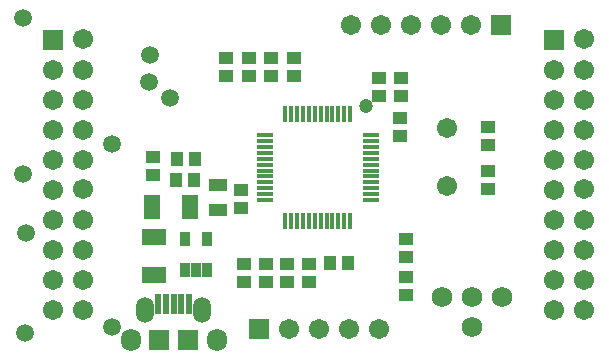
<source format=gts>
G04*
G04 #@! TF.GenerationSoftware,Altium Limited,Altium Designer,19.0.15 (446)*
G04*
G04 Layer_Color=8388736*
%FSLAX24Y24*%
%MOIN*%
G70*
G01*
G75*
%ADD28C,0.0474*%
%ADD29R,0.0474X0.0434*%
%ADD30R,0.0178X0.0552*%
%ADD31R,0.0552X0.0178*%
%ADD32R,0.0552X0.0178*%
%ADD33R,0.0178X0.0552*%
%ADD34R,0.0592X0.0434*%
%ADD35R,0.0434X0.0474*%
%ADD36R,0.0552X0.0789*%
%ADD37R,0.0789X0.0552*%
%ADD38R,0.0671X0.0671*%
%ADD39R,0.0237X0.0710*%
%ADD40R,0.0356X0.0474*%
%ADD41C,0.0592*%
%ADD42C,0.0671*%
%ADD43R,0.0671X0.0671*%
%ADD44C,0.0680*%
%ADD45O,0.0671X0.0749*%
%ADD46O,0.0592X0.0867*%
D28*
X12400Y8298D02*
D03*
D29*
X10000Y9900D02*
D03*
Y9300D02*
D03*
X9250Y9900D02*
D03*
Y9300D02*
D03*
X8499Y9900D02*
D03*
Y9300D02*
D03*
X7750Y9905D02*
D03*
Y9295D02*
D03*
X12857Y8650D02*
D03*
Y9250D02*
D03*
X13579D02*
D03*
Y8650D02*
D03*
X13550Y7317D02*
D03*
Y7917D02*
D03*
X16467Y7000D02*
D03*
Y7600D02*
D03*
X16469Y6150D02*
D03*
Y5550D02*
D03*
X13729Y3886D02*
D03*
Y3286D02*
D03*
Y2000D02*
D03*
Y2600D02*
D03*
X8250Y5500D02*
D03*
Y4900D02*
D03*
X5322Y6605D02*
D03*
Y5995D02*
D03*
X9787Y3050D02*
D03*
Y2450D02*
D03*
X8349Y3050D02*
D03*
Y2450D02*
D03*
X9068Y3050D02*
D03*
Y2450D02*
D03*
X10521Y3050D02*
D03*
Y2450D02*
D03*
D30*
X10899Y4478D02*
D03*
X11095Y4478D02*
D03*
X10701Y4478D02*
D03*
X10505Y4478D02*
D03*
X11292D02*
D03*
X11489D02*
D03*
X11686D02*
D03*
X11883D02*
D03*
X10308D02*
D03*
X10111D02*
D03*
X9717D02*
D03*
X9914D02*
D03*
D31*
X9028Y5364D02*
D03*
Y7333D02*
D03*
X9028Y7136D02*
D03*
Y6939D02*
D03*
X9028Y6742D02*
D03*
X9028Y6545D02*
D03*
X9028Y6349D02*
D03*
X9028Y6151D02*
D03*
X9028Y5955D02*
D03*
Y5758D02*
D03*
X9028Y5561D02*
D03*
Y5167D02*
D03*
D32*
X12572Y5955D02*
D03*
X12572Y6151D02*
D03*
Y5758D02*
D03*
X12572Y5561D02*
D03*
Y5364D02*
D03*
X12572Y5167D02*
D03*
X12572Y6348D02*
D03*
X12572Y6545D02*
D03*
Y6742D02*
D03*
X12572Y6939D02*
D03*
Y7136D02*
D03*
X12572Y7333D02*
D03*
D33*
X11292Y8022D02*
D03*
X11883D02*
D03*
X11686Y8022D02*
D03*
X11489D02*
D03*
X11095Y8022D02*
D03*
X10899D02*
D03*
X10701Y8022D02*
D03*
X10505Y8022D02*
D03*
X10308D02*
D03*
X10111D02*
D03*
X9914Y8022D02*
D03*
X9717Y8022D02*
D03*
D34*
X7468Y4850D02*
D03*
Y5677D02*
D03*
D35*
X6081Y5831D02*
D03*
X6681D02*
D03*
X6700Y6550D02*
D03*
X6100D02*
D03*
X11200Y3078D02*
D03*
X11800D02*
D03*
D36*
X5281Y4942D02*
D03*
X6541D02*
D03*
D37*
X5350Y2665D02*
D03*
Y3925D02*
D03*
D38*
X6468Y497D02*
D03*
X5523D02*
D03*
X16913Y11004D02*
D03*
X8857Y884D02*
D03*
D39*
X5483Y1715D02*
D03*
X5739D02*
D03*
X5995D02*
D03*
X6251D02*
D03*
X6507D02*
D03*
D40*
X7126Y3872D02*
D03*
Y2853D02*
D03*
X6378D02*
D03*
X6752D02*
D03*
X6378Y3872D02*
D03*
D41*
X1050Y750D02*
D03*
X1075Y4073D02*
D03*
X989Y11250D02*
D03*
X5206Y10000D02*
D03*
X3939Y7050D02*
D03*
X989Y6035D02*
D03*
X3935Y932D02*
D03*
X5892Y8563D02*
D03*
X5189Y9100D02*
D03*
D42*
X11900Y11004D02*
D03*
X13913D02*
D03*
X14913D02*
D03*
X15913D02*
D03*
X12913D02*
D03*
X18681Y7517D02*
D03*
Y6517D02*
D03*
Y8517D02*
D03*
Y9517D02*
D03*
X19681Y6517D02*
D03*
X19677Y10530D02*
D03*
X19681Y9517D02*
D03*
Y8517D02*
D03*
Y7517D02*
D03*
X18681Y5517D02*
D03*
X19681Y2517D02*
D03*
Y3517D02*
D03*
Y4517D02*
D03*
X19677Y5530D02*
D03*
X19681Y1517D02*
D03*
X18681Y4517D02*
D03*
Y3517D02*
D03*
Y1517D02*
D03*
Y2517D02*
D03*
X1972Y7517D02*
D03*
Y6517D02*
D03*
Y8517D02*
D03*
Y9517D02*
D03*
X2972Y6517D02*
D03*
X2968Y10530D02*
D03*
X2972Y9517D02*
D03*
Y8517D02*
D03*
Y7517D02*
D03*
X1972Y5517D02*
D03*
X2972Y2517D02*
D03*
Y3517D02*
D03*
Y4517D02*
D03*
X2968Y5530D02*
D03*
X2972Y1517D02*
D03*
X1972Y4517D02*
D03*
Y3517D02*
D03*
Y1517D02*
D03*
Y2517D02*
D03*
X15114Y5632D02*
D03*
Y7554D02*
D03*
X11857Y884D02*
D03*
X10857D02*
D03*
X9857Y884D02*
D03*
X12857Y884D02*
D03*
D43*
X18681Y10517D02*
D03*
X1972D02*
D03*
D44*
X15950Y1950D02*
D03*
Y950D02*
D03*
X16950Y1950D02*
D03*
X14950D02*
D03*
D45*
X7427Y497D02*
D03*
X4573D02*
D03*
D46*
X6955Y1518D02*
D03*
X5045D02*
D03*
M02*

</source>
